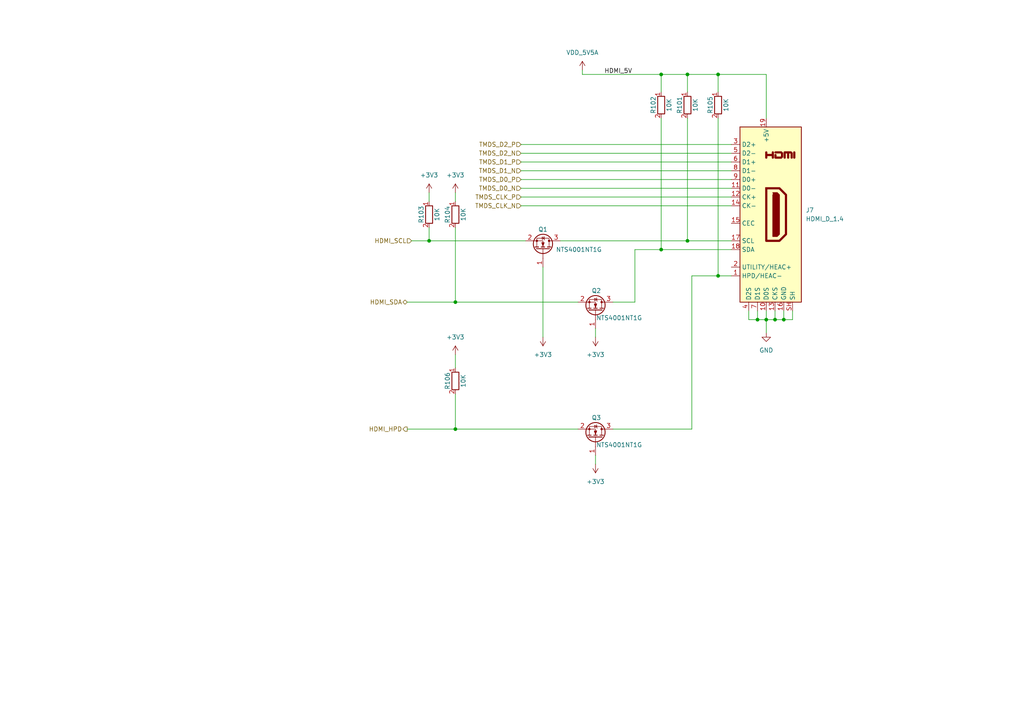
<source format=kicad_sch>
(kicad_sch (version 20250114) (generator "eeschema") (generator_version "9.0")
  (paper "A4")
  (title_block (title "TRNX SDR Carrier board") (date "2025-11-18") (rev "0.1") (company "Tronex s.r.o. / Tronex Group USA LLC"))
  (lib_symbols
    (symbol "Connector:HDMI_D_1.4"
      (property "Reference" "J" (at -6.35 26.67 0))
      (property "Value" "HDMI_D_1.4" (at 10.16 26.67 0))
      (symbol "HDMI_D_1.4_0_0"
        (polyline (pts (xy 0 16.51) (xy 0 18.034) (xy 0 17.272) (xy 1.905 17.272) (xy 1.905 18.034) (xy 1.905 16.51)) (stroke (width 0.635)))
        (polyline (pts (xy 2.667 18.034) (xy 4.318 18.034) (xy 4.572 17.78) (xy 4.572 16.764) (xy 4.318 16.51) (xy 2.667 16.51) (xy 2.667 17.272)) (stroke (width 0.635)))
        (polyline (pts (xy 8.128 16.51) (xy 8.128 18.034)) (stroke (width 0.635)))
      )
      (symbol "HDMI_D_1.4_0_1"
        (rectangle (start -7.62 25.4) (end 10.16 -25.4) (stroke (width 0.254)) (fill (type background)))
        (polyline (pts (xy 0 7.62) (xy 3.81 7.62) (xy 5.715 5.715) (xy 5.715 -5.715) (xy 3.81 -7.62) (xy 0 -7.62) (xy 0 7.62)) (stroke (width 0.635)))
        (polyline (pts (xy 1.905 6.35) (xy 3.175 6.35) (xy 3.81 5.715) (xy 3.81 -5.715) (xy 3.175 -6.35) (xy 1.905 -6.35) (xy 1.905 5.715)) (stroke (width 0.254)) (fill (type outline)))
        (polyline (pts (xy 5.334 16.51) (xy 5.334 18.034) (xy 6.35 18.034) (xy 6.35 16.51) (xy 6.35 18.034) (xy 7.112 18.034) (xy 7.366 17.78) (xy 7.366 16.51)) (stroke (width 0.635)))
      )
      (symbol "HDMI_D_1.4_1_1"
        (pin passive line (at -10.16 20.32 0) (length 2.54) (name "D2+") (number "3"))
        (pin passive line (at -10.16 17.78 0) (length 2.54) (name "D2-") (number "5"))
        (pin passive line (at -10.16 15.24 0) (length 2.54) (name "D1+") (number "6"))
        (pin passive line (at -10.16 12.7 0) (length 2.54) (name "D1-") (number "8"))
        (pin passive line (at -10.16 10.16 0) (length 2.54) (name "D0+") (number "9"))
        (pin passive line (at -10.16 7.62 0) (length 2.54) (name "D0-") (number "11"))
        (pin passive line (at -10.16 5.08 0) (length 2.54) (name "CK+") (number "12"))
        (pin passive line (at -10.16 2.54 0) (length 2.54) (name "CK-") (number "14"))
        (pin bidirectional line (at -10.16 -2.54 0) (length 2.54) (name "CEC") (number "15"))
        (pin passive line (at -10.16 -7.62 0) (length 2.54) (name "SCL") (number "17"))
        (pin bidirectional line (at -10.16 -10.16 0) (length 2.54) (name "SDA") (number "18"))
        (pin passive line (at -10.16 -15.24 0) (length 2.54) (name "UTILITY/HEAC+") (number "2"))
        (pin passive line (at -10.16 -17.78 0) (length 2.54) (name "HPD/HEAC-") (number "1"))
        (pin power_in line (at -5.08 -27.94 90) (length 2.54) (name "D2S") (number "4"))
        (pin power_in line (at -2.54 -27.94 90) (length 2.54) (name "D1S") (number "7"))
        (pin power_in line (at 0 27.94 270) (length 2.54) (name "+5V") (number "19"))
        (pin power_in line (at 0 -27.94 90) (length 2.54) (name "D0S") (number "10"))
        (pin power_in line (at 2.54 -27.94 90) (length 2.54) (name "CKS") (number "13"))
        (pin power_in line (at 5.08 -27.94 90) (length 2.54) (name "GND") (number "16"))
        (pin passive line (at 7.62 -27.94 90) (length 2.54) (name "SH") (number "SH"))
      )
    )
    (symbol "PPA-Pasive:Res" (pin_names (offset 1.016))
      (property "Reference" "R" (at -2.54 2.54 0))
      (property "Value" "Res" (at -1.27 -2.54 0))
      (symbol "Res_1_1"
        (rectangle (start 2.54 -1.016) (end -2.54 1.016) (stroke (width 0.254)))
        (pin passive line (at -3.81 0 0) (length 1.27) (name "~") (number "1"))
        (pin passive line (at 3.81 0 180) (length 1.27) (name "~") (number "2"))
      )
    )
    (symbol "Transistor_FET:BSS138" (pin_names (hide yes))
      (property "Reference" "Q" (at 5.08 1.905 0))
      (property "Value" "BSS138" (at 5.08 0 0))
      (symbol "BSS138_0_1"
        (polyline (pts (xy 0.254 1.905) (xy 0.254 -1.905)) (stroke (width 0.254)))
        (polyline (pts (xy 0.254 0) (xy -2.54 0)))
        (polyline (pts (xy 0.762 2.286) (xy 0.762 1.27)) (stroke (width 0.254)))
        (polyline (pts (xy 0.762 0.508) (xy 0.762 -0.508)) (stroke (width 0.254)))
        (polyline (pts (xy 0.762 -1.27) (xy 0.762 -2.286)) (stroke (width 0.254)))
        (polyline (pts (xy 0.762 -1.778) (xy 3.302 -1.778) (xy 3.302 1.778) (xy 0.762 1.778)))
        (polyline (pts (xy 1.016 0) (xy 2.032 0.381) (xy 2.032 -0.381) (xy 1.016 0)) (fill (type outline)))
        (circle (center 1.651 0) (radius 2.794) (stroke (width 0.254)))
        (polyline (pts (xy 2.54 2.54) (xy 2.54 1.778)))
        (circle (center 2.54 1.778) (radius 0.254) (fill (type outline)))
        (circle (center 2.54 -1.778) (radius 0.254) (fill (type outline)))
        (polyline (pts (xy 2.54 -2.54) (xy 2.54 0) (xy 0.762 0)))
        (polyline (pts (xy 2.794 0.508) (xy 2.921 0.381) (xy 3.683 0.381) (xy 3.81 0.254)))
        (polyline (pts (xy 3.302 0.381) (xy 2.921 -0.254) (xy 3.683 -0.254) (xy 3.302 0.381)))
      )
      (symbol "BSS138_1_1"
        (pin input line (at -5.08 0 0) (length 2.54) (name "G") (number "1"))
        (pin passive line (at 2.54 5.08 270) (length 2.54) (name "D") (number "3"))
        (pin passive line (at 2.54 -5.08 90) (length 2.54) (name "S") (number "2"))
      )
    )
    (symbol "power:+3V3" (power) (pin_names (offset 0))
      (property "Value" "+3V3" (at 0 3.556 0))
      (symbol "+3V3_0_1"
        (polyline (pts (xy -0.762 1.27) (xy 0 2.54)))
        (polyline (pts (xy 0 2.54) (xy 0.762 1.27)))
        (polyline (pts (xy 0 0) (xy 0 2.54)))
      )
      (symbol "+3V3_1_1"
        (pin power_in line (at 0 0 90) (length 0) (hide yes) (name "+3V3") (number "1"))
      )
    )
    (symbol "power:GND" (power) (pin_names (offset 0))
      (property "Value" "GND" (at 0 -3.81 0))
      (symbol "GND_0_1"
        (polyline (pts (xy 0 0) (xy 0 -1.27) (xy 1.27 -1.27) (xy 0 -2.54) (xy -1.27 -1.27) (xy 0 -1.27)))
      )
      (symbol "GND_1_1"
        (pin power_in line (at 0 0 270) (length 0) (hide yes) (name "GND") (number "1"))
      )
    )
    (symbol "power:VDD" (power) (pin_names (offset 0))
      (property "Value" "VDD" (at 0 3.81 0))
      (symbol "VDD_0_1"
        (polyline (pts (xy -0.762 1.27) (xy 0 2.54)))
        (polyline (pts (xy 0 2.54) (xy 0.762 1.27)))
        (polyline (pts (xy 0 0) (xy 0 2.54)))
      )
      (symbol "VDD_1_1"
        (pin power_in line (at 0 0 90) (length 0) (hide yes) (name "VDD") (number "1"))
      )
    )
  )
  (junction (at 208.28 80.01))
  (junction (at 208.28 21.59))
  (junction (at 219.71 92.71))
  (junction (at 124.46 69.85))
  (junction (at 224.79 92.71))
  (junction (at 191.77 72.39))
  (junction (at 191.77 21.59))
  (junction (at 199.39 69.85))
  (junction (at 227.33 92.71))
  (junction (at 132.08 87.63))
  (junction (at 199.39 21.59))
  (junction (at 132.08 124.46))
  (junction (at 222.25 92.71))
  (wire (pts (xy 224.79 92.71) (xy 227.33 92.71)))
  (wire (pts (xy 177.8 124.46) (xy 200.66 124.46)))
  (wire (pts (xy 224.79 90.17) (xy 224.79 92.71)))
  (wire (pts (xy 212.09 72.39) (xy 191.77 72.39)))
  (wire (pts (xy 227.33 92.71) (xy 227.33 90.17)))
  (wire (pts (xy 222.25 92.71) (xy 224.79 92.71)))
  (wire (pts (xy 191.77 21.59) (xy 199.39 21.59)))
  (wire (pts (xy 151.13 44.45) (xy 212.09 44.45)))
  (wire (pts (xy 217.17 90.17) (xy 217.17 92.71)))
  (wire (pts (xy 172.72 132.08) (xy 172.72 134.62)))
  (wire (pts (xy 208.28 21.59) (xy 208.28 26.67)))
  (wire (pts (xy 132.08 102.87) (xy 132.08 106.68)))
  (wire (pts (xy 118.11 124.46) (xy 132.08 124.46)))
  (wire (pts (xy 132.08 66.04) (xy 132.08 87.63)))
  (wire (pts (xy 124.46 66.04) (xy 124.46 69.85)))
  (wire (pts (xy 219.71 90.17) (xy 219.71 92.71)))
  (wire (pts (xy 212.09 80.01) (xy 208.28 80.01)))
  (wire (pts (xy 151.13 52.07) (xy 212.09 52.07)))
  (wire (pts (xy 151.13 57.15) (xy 212.09 57.15)))
  (wire (pts (xy 151.13 59.69) (xy 212.09 59.69)))
  (wire (pts (xy 222.25 90.17) (xy 222.25 92.71)))
  (wire (pts (xy 208.28 80.01) (xy 200.66 80.01)))
  (wire (pts (xy 184.15 72.39) (xy 184.15 87.63)))
  (wire (pts (xy 151.13 54.61) (xy 212.09 54.61)))
  (wire (pts (xy 119.38 69.85) (xy 124.46 69.85)))
  (wire (pts (xy 222.25 34.29) (xy 222.25 21.59)))
  (wire (pts (xy 157.48 77.47) (xy 157.48 97.79)))
  (wire (pts (xy 168.91 21.59) (xy 191.77 21.59)))
  (wire (pts (xy 151.13 49.53) (xy 212.09 49.53)))
  (wire (pts (xy 162.56 69.85) (xy 199.39 69.85)))
  (wire (pts (xy 191.77 34.29) (xy 191.77 72.39)))
  (wire (pts (xy 132.08 114.3) (xy 132.08 124.46)))
  (wire (pts (xy 151.13 46.99) (xy 212.09 46.99)))
  (wire (pts (xy 200.66 80.01) (xy 200.66 124.46)))
  (wire (pts (xy 124.46 69.85) (xy 152.4 69.85)))
  (wire (pts (xy 184.15 87.63) (xy 177.8 87.63)))
  (wire (pts (xy 118.11 87.63) (xy 132.08 87.63)))
  (wire (pts (xy 172.72 95.25) (xy 172.72 97.79)))
  (wire (pts (xy 222.25 92.71) (xy 222.25 96.52)))
  (wire (pts (xy 191.77 21.59) (xy 191.77 26.67)))
  (wire (pts (xy 191.77 72.39) (xy 184.15 72.39)))
  (wire (pts (xy 227.33 92.71) (xy 229.87 92.71)))
  (wire (pts (xy 208.28 21.59) (xy 222.25 21.59)))
  (wire (pts (xy 151.13 41.91) (xy 212.09 41.91)))
  (wire (pts (xy 132.08 87.63) (xy 167.64 87.63)))
  (wire (pts (xy 168.91 21.59) (xy 168.91 20.32)))
  (wire (pts (xy 124.46 55.88) (xy 124.46 58.42)))
  (wire (pts (xy 132.08 124.46) (xy 167.64 124.46)))
  (wire (pts (xy 199.39 21.59) (xy 208.28 21.59)))
  (wire (pts (xy 132.08 55.88) (xy 132.08 58.42)))
  (wire (pts (xy 219.71 92.71) (xy 222.25 92.71)))
  (wire (pts (xy 217.17 92.71) (xy 219.71 92.71)))
  (wire (pts (xy 229.87 92.71) (xy 229.87 90.17)))
  (wire (pts (xy 199.39 21.59) (xy 199.39 26.67)))
  (wire (pts (xy 199.39 34.29) (xy 199.39 69.85)))
  (wire (pts (xy 199.39 69.85) (xy 212.09 69.85)))
  (wire (pts (xy 208.28 34.29) (xy 208.28 80.01)))
  (label "HDMI_5V" (at 175.26 21.59 0))
  (hierarchical_label "HDMI_SCL" (shape input) (at 119.38 69.85 180))
  (hierarchical_label "TMDS_D1_N" (shape input) (at 151.13 49.53 180))
  (hierarchical_label "TMDS_D2_P" (shape input) (at 151.13 41.91 180))
  (hierarchical_label "TMDS_D2_N" (shape input) (at 151.13 44.45 180))
  (hierarchical_label "TMDS_CLK_N" (shape input) (at 151.13 59.69 180))
  (hierarchical_label "TMDS_CLK_P" (shape input) (at 151.13 57.15 180))
  (hierarchical_label "HDMI_SDA" (shape bidirectional) (at 118.11 87.63 180))
  (hierarchical_label "TMDS_D1_P" (shape input) (at 151.13 46.99 180))
  (hierarchical_label "TMDS_D0_P" (shape input) (at 151.13 52.07 180))
  (hierarchical_label "HDMI_HPD" (shape output) (at 118.11 124.46 180))
  (hierarchical_label "TMDS_D0_N" (shape input) (at 151.13 54.61 180))
  (symbol (lib_id "Transistor_FET:BSS138") (at 172.72 127 270) (mirror x) (unit 1)
    (property "Reference" "Q3" (at 172.974 121.158 90))
    (property "Value" "NTS4001NT1G" (at 179.578 129.032 90))
    (property "Footprint" "Package_TO_SOT_SMD:SOT-323_SC-70" (effects (hide yes)))
    (property "Datasheet" "https://www.onsemi.com/pub/Collateral/BSS138-D.PDF" (effects (hide yes)))
    (property "Description" "50V Vds, 0.22A Id, N-Channel MOSFET, SOT-23" (effects (hide yes)))
  )
  (symbol (lib_id "Transistor_FET:BSS138") (at 157.48 72.39 270) (mirror x) (unit 1)
    (property "Reference" "Q1" (at 157.48 66.548 90))
    (property "Value" "NTS4001NT1G" (at 167.894 72.39 90))
    (property "Footprint" "Package_TO_SOT_SMD:SOT-323_SC-70" (effects (hide yes)))
    (property "Datasheet" "https://www.onsemi.com/pub/Collateral/BSS138-D.PDF" (effects (hide yes)))
    (property "Description" "50V Vds, 0.22A Id, N-Channel MOSFET, SOT-23" (effects (hide yes)))
  )
  (symbol (lib_id "power:+3V3") (at 172.72 97.79 0) (mirror x) (unit 1)
    (property "Reference" "#PWR0437" (effects (hide yes)))
    (property "Value" "+3V3" (at 172.72 102.87 0))
    (property "Description" "Power symbol creates a global label with name \"+3V3\"" (effects (hide yes)))
  )
  (symbol (lib_id "power:+3V3") (at 132.08 55.88 0) (mirror y) (unit 1)
    (property "Reference" "#PWR0435" (effects (hide yes)))
    (property "Value" "+3V3" (at 132.08 50.8 0))
    (property "Description" "Power symbol creates a global label with name \"+3V3\"" (effects (hide yes)))
  )
  (symbol (lib_id "PPA-Pasive:Res") (at 191.77 30.48 270) (unit 1)
    (property "Reference" "R102" (at 189.484 30.48 0))
    (property "Value" "10K" (at 194.056 30.48 0))
    (property "Footprint" "Resistor_SMD:R_0402_1005Metric" (effects (hide yes)))
    (property "Power" "250mW" (effects (hide yes)))
    (property "Tolerance" "=< 5%" (effects (hide yes)))
    (property "JLCPCB Part #" "C25744" (effects (hide yes)))
  )
  (symbol (lib_id "power:+3V3") (at 124.46 55.88 0) (mirror y) (unit 1)
    (property "Reference" "#PWR0434" (effects (hide yes)))
    (property "Value" "+3V3" (at 124.46 50.8 0))
    (property "Description" "Power symbol creates a global label with name \"+3V3\"" (effects (hide yes)))
  )
  (symbol (lib_id "PPA-Pasive:Res") (at 199.39 30.48 270) (unit 1)
    (property "Reference" "R101" (at 197.104 30.48 0))
    (property "Value" "10K" (at 201.676 30.48 0))
    (property "Footprint" "Resistor_SMD:R_0402_1005Metric" (effects (hide yes)))
    (property "Power" "250mW" (effects (hide yes)))
    (property "Tolerance" "=< 5%" (effects (hide yes)))
    (property "JLCPCB Part #" "C25744" (effects (hide yes)))
  )
  (symbol (lib_id "PPA-Pasive:Res") (at 132.08 110.49 270) (unit 1)
    (property "Reference" "R106" (at 129.794 110.49 0))
    (property "Value" "10K" (at 134.366 110.49 0))
    (property "Footprint" "Resistor_SMD:R_0402_1005Metric" (effects (hide yes)))
    (property "Power" "250mW" (effects (hide yes)))
    (property "Tolerance" "=< 5%" (effects (hide yes)))
    (property "JLCPCB Part #" "C25744" (effects (hide yes)))
  )
  (symbol (lib_id "power:+3V3") (at 157.48 97.79 0) (mirror x) (unit 1)
    (property "Reference" "#PWR0436" (effects (hide yes)))
    (property "Value" "+3V3" (at 157.48 102.87 0))
    (property "Description" "Power symbol creates a global label with name \"+3V3\"" (effects (hide yes)))
  )
  (symbol (lib_id "power:VDD") (at 168.91 20.32 0) (unit 1)
    (property "Reference" "#PWR0547" (effects (hide yes)))
    (property "Value" "VDD_5V5A" (at 168.91 15.24 0))
    (property "Description" "Power symbol creates a global label with name \"VDD\"" (effects (hide yes)))
  )
  (symbol (lib_id "Transistor_FET:BSS138") (at 172.72 90.17 270) (mirror x) (unit 1)
    (property "Reference" "Q2" (at 172.974 84.328 90))
    (property "Value" "NTS4001NT1G" (at 179.578 92.202 90))
    (property "Footprint" "Package_TO_SOT_SMD:SOT-323_SC-70" (effects (hide yes)))
    (property "Datasheet" "https://www.onsemi.com/pub/Collateral/BSS138-D.PDF" (effects (hide yes)))
    (property "Description" "50V Vds, 0.22A Id, N-Channel MOSFET, SOT-23" (effects (hide yes)))
  )
  (symbol (lib_id "PPA-Pasive:Res") (at 124.46 62.23 270) (unit 1)
    (property "Reference" "R103" (at 122.174 62.23 0))
    (property "Value" "10K" (at 126.746 62.23 0))
    (property "Footprint" "Resistor_SMD:R_0402_1005Metric" (effects (hide yes)))
    (property "Power" "250mW" (effects (hide yes)))
    (property "Tolerance" "=< 5%" (effects (hide yes)))
    (property "JLCPCB Part #" "C25744" (effects (hide yes)))
  )
  (symbol (lib_id "power:GND") (at 222.25 96.52 0) (unit 1)
    (property "Reference" "#PWR0183" (effects (hide yes)))
    (property "Value" "GND" (at 222.25 101.6 0))
    (property "Description" "Power symbol creates a global label with name \"GND\" , ground" (effects (hide yes)))
  )
  (symbol (lib_id "PPA-Pasive:Res") (at 132.08 62.23 270) (unit 1)
    (property "Reference" "R104" (at 129.794 62.23 0))
    (property "Value" "10K" (at 134.366 62.23 0))
    (property "Footprint" "Resistor_SMD:R_0402_1005Metric" (effects (hide yes)))
    (property "Power" "250mW" (effects (hide yes)))
    (property "Tolerance" "=< 5%" (effects (hide yes)))
    (property "JLCPCB Part #" "C25744" (effects (hide yes)))
  )
  (symbol (lib_id "Connector:HDMI_D_1.4") (at 222.25 62.23 0) (unit 1)
    (property "Reference" "J7" (at 233.68 60.9599 0) (effects (justify left)))
    (property "Value" "HDMI_D_1.4" (at 233.68 63.4999 0) (effects (justify left)))
    (property "Footprint" "foot-ppa-passive:HDMI_Micro-D_Molex_46765-1x01" (effects (hide yes)))
    (property "Datasheet" "http://pinoutguide.com/PortableDevices/micro_hdmi_type_d_pinout.shtml" (effects (hide yes)))
    (property "Description" "HDMI 1.4+ type D connector" (effects (hide yes)))
    (property "JLCPCB Part #" "C563878" (effects (hide yes)))
  )
  (symbol (lib_id "power:+3V3") (at 132.08 102.87 0) (mirror y) (unit 1)
    (property "Reference" "#PWR0438" (effects (hide yes)))
    (property "Value" "+3V3" (at 132.08 97.79 0))
    (property "Description" "Power symbol creates a global label with name \"+3V3\"" (effects (hide yes)))
  )
  (symbol (lib_id "power:+3V3") (at 172.72 134.62 0) (mirror x) (unit 1)
    (property "Reference" "#PWR0439" (effects (hide yes)))
    (property "Value" "+3V3" (at 172.72 139.7 0))
    (property "Description" "Power symbol creates a global label with name \"+3V3\"" (effects (hide yes)))
  )
  (symbol (lib_id "PPA-Pasive:Res") (at 208.28 30.48 270) (unit 1)
    (property "Reference" "R105" (at 205.994 30.48 0))
    (property "Value" "10K" (at 210.566 30.48 0))
    (property "Footprint" "Resistor_SMD:R_0402_1005Metric" (effects (hide yes)))
    (property "Power" "250mW" (effects (hide yes)))
    (property "Tolerance" "=< 5%" (effects (hide yes)))
    (property "JLCPCB Part #" "C25744" (effects (hide yes)))
  )
)
</source>
